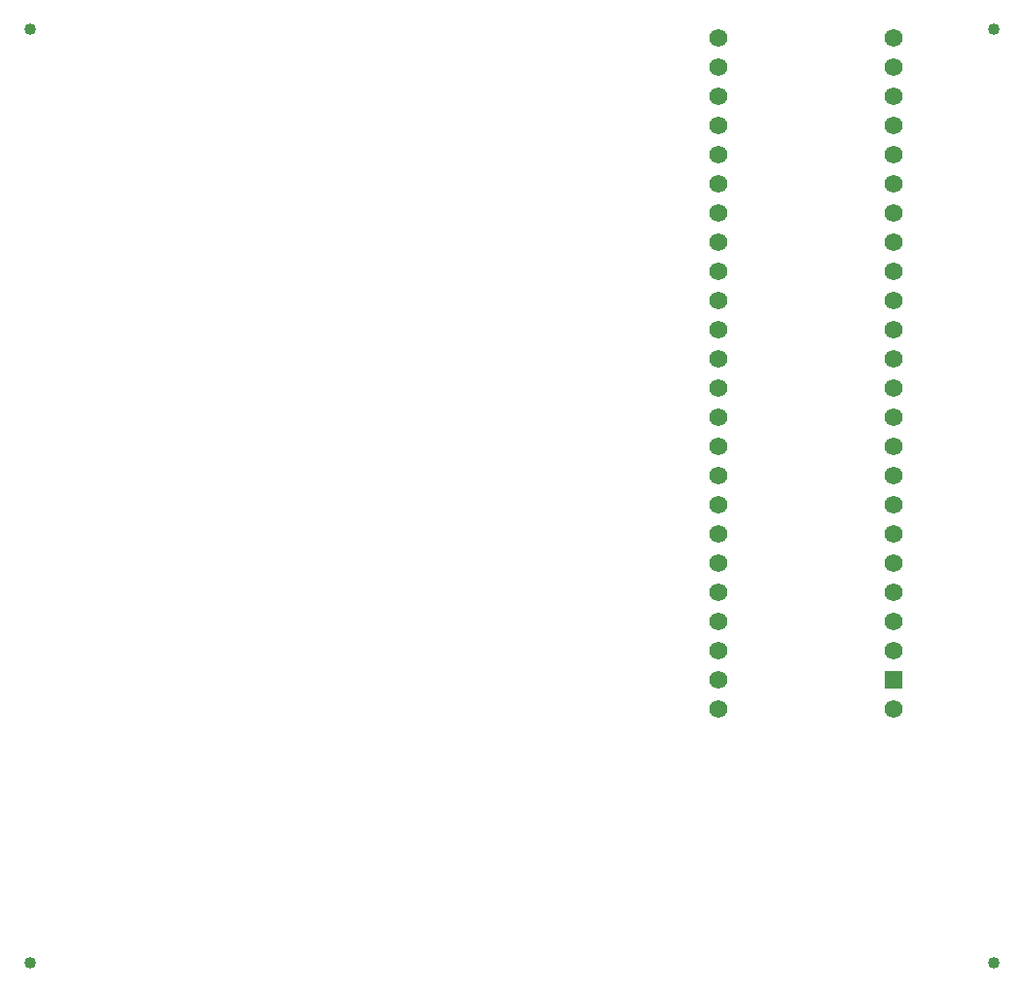
<source format=gbr>
%TF.GenerationSoftware,Altium Limited,Altium Designer,24.4.1 (13)*%
G04 Layer_Physical_Order=1*
G04 Layer_Color=255*
%FSLAX45Y45*%
%MOMM*%
%TF.SameCoordinates,B3E1FF51-322A-4C5C-8053-80DE806A948F*%
%TF.FilePolarity,Positive*%
%TF.FileFunction,Copper,L1,Top,Signal*%
%TF.Part,Single*%
G01*
G75*
%TA.AperFunction,ViaPad*%
%ADD10C,1.01600*%
%TA.AperFunction,ComponentPad*%
%ADD11C,1.57000*%
%ADD12R,1.57000X1.57000*%
D10*
X3302000Y11430000D02*
D03*
Y3302000D02*
D03*
X11684000D02*
D03*
Y11430000D02*
D03*
D11*
X10807700Y11353800D02*
D03*
Y11099800D02*
D03*
Y10845800D02*
D03*
Y10591800D02*
D03*
Y10337800D02*
D03*
Y10083800D02*
D03*
Y9829800D02*
D03*
Y9575800D02*
D03*
Y9321800D02*
D03*
Y5511800D02*
D03*
X9283700Y6273800D02*
D03*
Y6527800D02*
D03*
Y6781800D02*
D03*
Y7035800D02*
D03*
Y7289800D02*
D03*
Y7543800D02*
D03*
Y7797800D02*
D03*
Y8051800D02*
D03*
Y8305800D02*
D03*
Y8559800D02*
D03*
Y8813800D02*
D03*
Y9067800D02*
D03*
Y6019800D02*
D03*
Y5765800D02*
D03*
Y5511800D02*
D03*
Y9321800D02*
D03*
Y9575800D02*
D03*
Y9829800D02*
D03*
Y10083800D02*
D03*
Y10337800D02*
D03*
Y10591800D02*
D03*
Y10845800D02*
D03*
Y11099800D02*
D03*
Y11353800D02*
D03*
X10807700Y9067800D02*
D03*
Y8813800D02*
D03*
Y8559800D02*
D03*
Y8305800D02*
D03*
Y8051800D02*
D03*
Y7797800D02*
D03*
Y7543800D02*
D03*
Y7289800D02*
D03*
Y7035800D02*
D03*
Y6781800D02*
D03*
Y6527800D02*
D03*
Y6273800D02*
D03*
Y6019800D02*
D03*
D12*
Y5765800D02*
D03*
%TF.MD5,17c92180c7fb6d401adc78fb87057d46*%
M02*

</source>
